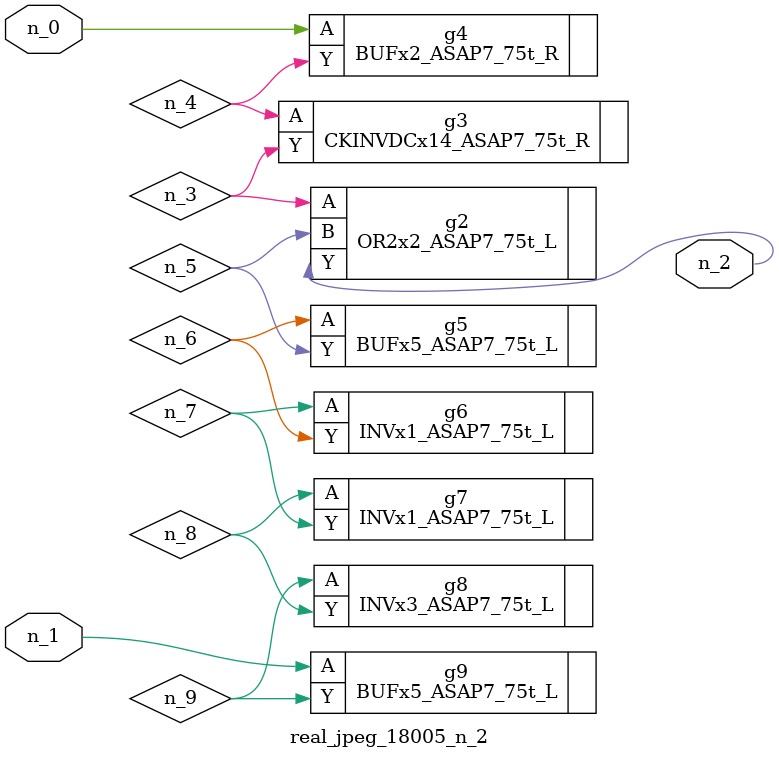
<source format=v>
module real_jpeg_18005_n_2 (n_1, n_0, n_2);

input n_1;
input n_0;

output n_2;

wire n_5;
wire n_4;
wire n_8;
wire n_6;
wire n_7;
wire n_3;
wire n_9;

BUFx2_ASAP7_75t_R g4 ( 
.A(n_0),
.Y(n_4)
);

BUFx5_ASAP7_75t_L g9 ( 
.A(n_1),
.Y(n_9)
);

OR2x2_ASAP7_75t_L g2 ( 
.A(n_3),
.B(n_5),
.Y(n_2)
);

CKINVDCx14_ASAP7_75t_R g3 ( 
.A(n_4),
.Y(n_3)
);

BUFx5_ASAP7_75t_L g5 ( 
.A(n_6),
.Y(n_5)
);

INVx1_ASAP7_75t_L g6 ( 
.A(n_7),
.Y(n_6)
);

INVx1_ASAP7_75t_L g7 ( 
.A(n_8),
.Y(n_7)
);

INVx3_ASAP7_75t_L g8 ( 
.A(n_9),
.Y(n_8)
);


endmodule
</source>
